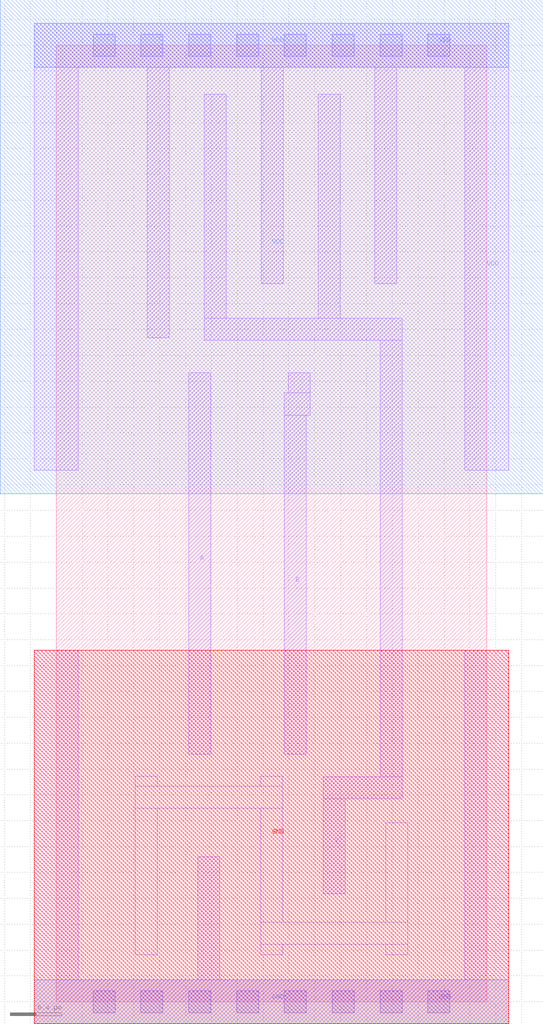
<source format=lef>
VERSION 5.7 ;
  NOWIREEXTENSIONATPIN ON ;
  DIVIDERCHAR "/" ;
  BUSBITCHARS "[]" ;
MACRO NAND2X1
  CLASS CORE ;
  FOREIGN NAND2X1 ;
  ORIGIN 0.000 0.000 ;
  SIZE 3.330 BY 7.400 ;
  SYMMETRY X Y R90 ;
  SITE unitrh ;
  PIN Y
    DIRECTION OUTPUT ;
    USE SIGNAL ;
    ANTENNADIFFAREA 1.351900 ;
    PORT
      LAYER li1 ;
        RECT 1.145 5.285 1.315 7.020 ;
        RECT 2.025 5.285 2.195 7.020 ;
        RECT 1.145 5.115 2.675 5.285 ;
        RECT 2.505 1.740 2.675 5.115 ;
        RECT 2.065 1.570 2.675 1.740 ;
        RECT 2.065 0.835 2.235 1.570 ;
    END
  END Y
  PIN A
    DIRECTION INPUT ;
    USE SIGNAL ;
    ANTENNAGATEAREA 1.033250 ;
    PORT
      LAYER li1 ;
        RECT 1.025 1.915 1.195 4.865 ;
    END
  END A
  PIN B
    DIRECTION INPUT ;
    USE SIGNAL ;
    ANTENNAGATEAREA 1.027250 ;
    PORT
      LAYER li1 ;
        RECT 1.795 4.710 1.965 4.865 ;
        RECT 1.765 4.535 1.965 4.710 ;
        RECT 1.765 1.915 1.935 4.535 ;
    END
  END B
  PIN VDD
    DIRECTION INOUT ;
    USE POWER ;
    SHAPE ABUTMENT ;
    PORT
      LAYER nwell ;
        RECT -0.435 3.930 3.765 7.750 ;
      LAYER li1 ;
        RECT -0.170 7.230 3.500 7.570 ;
        RECT -0.170 4.110 0.170 7.230 ;
        RECT 0.705 5.135 0.875 7.230 ;
        RECT 1.585 5.555 1.755 7.230 ;
        RECT 2.465 5.555 2.635 7.230 ;
        RECT 3.160 4.110 3.500 7.230 ;
      LAYER mcon ;
        RECT 0.285 7.315 0.455 7.485 ;
        RECT 0.655 7.315 0.825 7.485 ;
        RECT 1.025 7.315 1.195 7.485 ;
        RECT 1.395 7.315 1.565 7.485 ;
        RECT 1.765 7.315 1.935 7.485 ;
        RECT 2.135 7.315 2.305 7.485 ;
        RECT 2.505 7.315 2.675 7.485 ;
        RECT 2.875 7.315 3.045 7.485 ;
      LAYER met1 ;
        RECT -0.170 7.230 3.500 7.570 ;
    END
  END VDD
  PIN GND
    DIRECTION INOUT ;
    USE GROUND ;
    SHAPE ABUTMENT ;
    PORT
      LAYER pwell ;
        RECT -0.170 -0.170 3.500 2.720 ;
      LAYER li1 ;
        RECT -0.170 0.170 0.170 2.720 ;
        RECT 1.095 0.170 1.265 1.120 ;
        RECT 3.160 0.170 3.500 2.720 ;
        RECT -0.170 -0.170 3.500 0.170 ;
      LAYER mcon ;
        RECT 0.285 -0.085 0.455 0.085 ;
        RECT 0.655 -0.085 0.825 0.085 ;
        RECT 1.025 -0.085 1.195 0.085 ;
        RECT 1.395 -0.085 1.565 0.085 ;
        RECT 1.765 -0.085 1.935 0.085 ;
        RECT 2.135 -0.085 2.305 0.085 ;
        RECT 2.505 -0.085 2.675 0.085 ;
        RECT 2.875 -0.085 3.045 0.085 ;
      LAYER met1 ;
        RECT -0.170 -0.170 3.500 0.170 ;
    END
  END GND
  OBS
      LAYER li1 ;
        RECT 0.610 1.665 0.780 1.745 ;
        RECT 1.580 1.665 1.750 1.745 ;
        RECT 0.610 1.495 1.750 1.665 ;
        RECT 0.610 0.365 0.780 1.495 ;
        RECT 1.580 0.615 1.750 1.495 ;
        RECT 2.550 0.615 2.720 1.385 ;
        RECT 1.580 0.445 2.720 0.615 ;
        RECT 1.580 0.365 1.750 0.445 ;
        RECT 2.550 0.365 2.720 0.445 ;
  END
END NAND2X1
END LIBRARY


</source>
